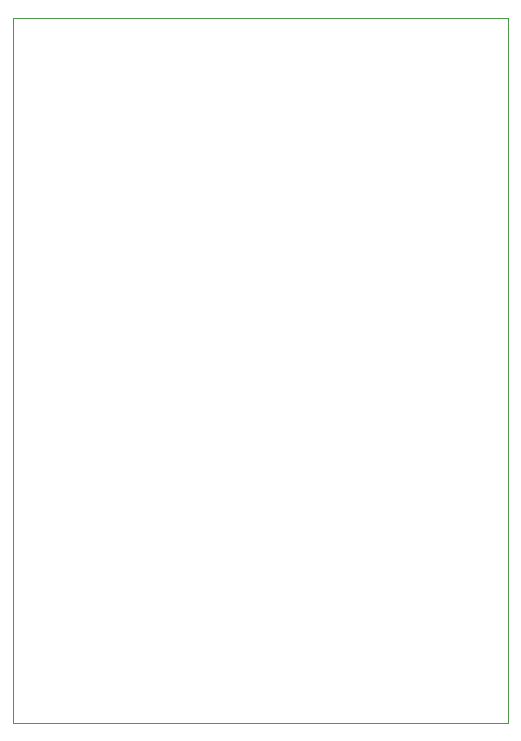
<source format=gbr>
%FSLAX34Y34*%
G04 Gerber Fmt 3.4, Leading zero omitted, Abs format*
G04 (created by PCBNEW (2013-11-06 BZR 4440)-product) date Thu 14 Nov 2013 14:49:17 GMT*
%MOIN*%
G01*
G70*
G90*
G04 APERTURE LIST*
%ADD10C,0.005906*%
%ADD11C,0.003937*%
G04 APERTURE END LIST*
G54D10*
G54D11*
X47000Y-54500D02*
X47000Y-31000D01*
X63500Y-54500D02*
X47000Y-54500D01*
X63500Y-31000D02*
X63500Y-54500D01*
X47000Y-31000D02*
X63500Y-31000D01*
M02*

</source>
